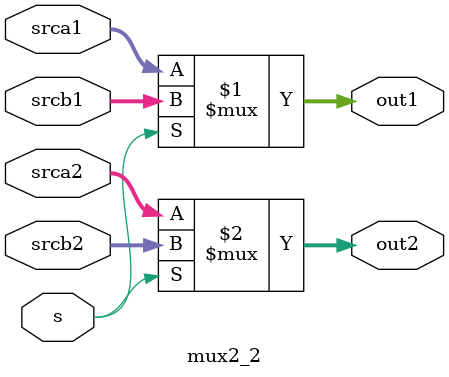
<source format=sv>
`timescale 1ns / 1ps


module mux2_2 #(parameter WIDTH = 8)(
    input logic [WIDTH-1:0]srca1, srca2,
    input logic [WIDTH-1:0]srcb1, srcb2,
    input logic s,
    output logic [WIDTH-1:0]out1, out2
    );
    
    assign out1 = s ? srcb1: srca1;
    assign out2 = s ? srcb2: srca2;
    
endmodule

</source>
